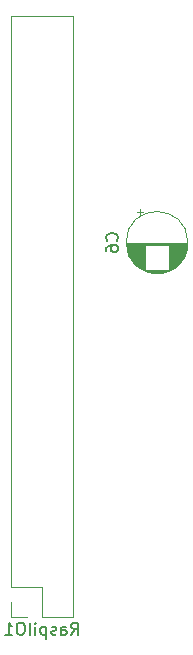
<source format=gbr>
%TF.GenerationSoftware,KiCad,Pcbnew,8.0.0*%
%TF.CreationDate,2024-04-01T16:50:34+09:00*%
%TF.ProjectId,Raverack,52617665-7261-4636-9b2e-6b696361645f,rev?*%
%TF.SameCoordinates,Original*%
%TF.FileFunction,Legend,Bot*%
%TF.FilePolarity,Positive*%
%FSLAX46Y46*%
G04 Gerber Fmt 4.6, Leading zero omitted, Abs format (unit mm)*
G04 Created by KiCad (PCBNEW 8.0.0) date 2024-04-01 16:50:34*
%MOMM*%
%LPD*%
G01*
G04 APERTURE LIST*
%ADD10C,0.150000*%
%ADD11C,0.120000*%
G04 APERTURE END LIST*
D10*
X104609580Y-90083333D02*
X104657200Y-90035714D01*
X104657200Y-90035714D02*
X104704819Y-89892857D01*
X104704819Y-89892857D02*
X104704819Y-89797619D01*
X104704819Y-89797619D02*
X104657200Y-89654762D01*
X104657200Y-89654762D02*
X104561961Y-89559524D01*
X104561961Y-89559524D02*
X104466723Y-89511905D01*
X104466723Y-89511905D02*
X104276247Y-89464286D01*
X104276247Y-89464286D02*
X104133390Y-89464286D01*
X104133390Y-89464286D02*
X103942914Y-89511905D01*
X103942914Y-89511905D02*
X103847676Y-89559524D01*
X103847676Y-89559524D02*
X103752438Y-89654762D01*
X103752438Y-89654762D02*
X103704819Y-89797619D01*
X103704819Y-89797619D02*
X103704819Y-89892857D01*
X103704819Y-89892857D02*
X103752438Y-90035714D01*
X103752438Y-90035714D02*
X103800057Y-90083333D01*
X103704819Y-90940476D02*
X103704819Y-90750000D01*
X103704819Y-90750000D02*
X103752438Y-90654762D01*
X103752438Y-90654762D02*
X103800057Y-90607143D01*
X103800057Y-90607143D02*
X103942914Y-90511905D01*
X103942914Y-90511905D02*
X104133390Y-90464286D01*
X104133390Y-90464286D02*
X104514342Y-90464286D01*
X104514342Y-90464286D02*
X104609580Y-90511905D01*
X104609580Y-90511905D02*
X104657200Y-90559524D01*
X104657200Y-90559524D02*
X104704819Y-90654762D01*
X104704819Y-90654762D02*
X104704819Y-90845238D01*
X104704819Y-90845238D02*
X104657200Y-90940476D01*
X104657200Y-90940476D02*
X104609580Y-90988095D01*
X104609580Y-90988095D02*
X104514342Y-91035714D01*
X104514342Y-91035714D02*
X104276247Y-91035714D01*
X104276247Y-91035714D02*
X104181009Y-90988095D01*
X104181009Y-90988095D02*
X104133390Y-90940476D01*
X104133390Y-90940476D02*
X104085771Y-90845238D01*
X104085771Y-90845238D02*
X104085771Y-90654762D01*
X104085771Y-90654762D02*
X104133390Y-90559524D01*
X104133390Y-90559524D02*
X104181009Y-90511905D01*
X104181009Y-90511905D02*
X104276247Y-90464286D01*
X100746190Y-123444819D02*
X101079523Y-122968628D01*
X101317618Y-123444819D02*
X101317618Y-122444819D01*
X101317618Y-122444819D02*
X100936666Y-122444819D01*
X100936666Y-122444819D02*
X100841428Y-122492438D01*
X100841428Y-122492438D02*
X100793809Y-122540057D01*
X100793809Y-122540057D02*
X100746190Y-122635295D01*
X100746190Y-122635295D02*
X100746190Y-122778152D01*
X100746190Y-122778152D02*
X100793809Y-122873390D01*
X100793809Y-122873390D02*
X100841428Y-122921009D01*
X100841428Y-122921009D02*
X100936666Y-122968628D01*
X100936666Y-122968628D02*
X101317618Y-122968628D01*
X99889047Y-123444819D02*
X99889047Y-122921009D01*
X99889047Y-122921009D02*
X99936666Y-122825771D01*
X99936666Y-122825771D02*
X100031904Y-122778152D01*
X100031904Y-122778152D02*
X100222380Y-122778152D01*
X100222380Y-122778152D02*
X100317618Y-122825771D01*
X99889047Y-123397200D02*
X99984285Y-123444819D01*
X99984285Y-123444819D02*
X100222380Y-123444819D01*
X100222380Y-123444819D02*
X100317618Y-123397200D01*
X100317618Y-123397200D02*
X100365237Y-123301961D01*
X100365237Y-123301961D02*
X100365237Y-123206723D01*
X100365237Y-123206723D02*
X100317618Y-123111485D01*
X100317618Y-123111485D02*
X100222380Y-123063866D01*
X100222380Y-123063866D02*
X99984285Y-123063866D01*
X99984285Y-123063866D02*
X99889047Y-123016247D01*
X99460475Y-123397200D02*
X99365237Y-123444819D01*
X99365237Y-123444819D02*
X99174761Y-123444819D01*
X99174761Y-123444819D02*
X99079523Y-123397200D01*
X99079523Y-123397200D02*
X99031904Y-123301961D01*
X99031904Y-123301961D02*
X99031904Y-123254342D01*
X99031904Y-123254342D02*
X99079523Y-123159104D01*
X99079523Y-123159104D02*
X99174761Y-123111485D01*
X99174761Y-123111485D02*
X99317618Y-123111485D01*
X99317618Y-123111485D02*
X99412856Y-123063866D01*
X99412856Y-123063866D02*
X99460475Y-122968628D01*
X99460475Y-122968628D02*
X99460475Y-122921009D01*
X99460475Y-122921009D02*
X99412856Y-122825771D01*
X99412856Y-122825771D02*
X99317618Y-122778152D01*
X99317618Y-122778152D02*
X99174761Y-122778152D01*
X99174761Y-122778152D02*
X99079523Y-122825771D01*
X98603332Y-122778152D02*
X98603332Y-123778152D01*
X98603332Y-122825771D02*
X98508094Y-122778152D01*
X98508094Y-122778152D02*
X98317618Y-122778152D01*
X98317618Y-122778152D02*
X98222380Y-122825771D01*
X98222380Y-122825771D02*
X98174761Y-122873390D01*
X98174761Y-122873390D02*
X98127142Y-122968628D01*
X98127142Y-122968628D02*
X98127142Y-123254342D01*
X98127142Y-123254342D02*
X98174761Y-123349580D01*
X98174761Y-123349580D02*
X98222380Y-123397200D01*
X98222380Y-123397200D02*
X98317618Y-123444819D01*
X98317618Y-123444819D02*
X98508094Y-123444819D01*
X98508094Y-123444819D02*
X98603332Y-123397200D01*
X97698570Y-123444819D02*
X97698570Y-122778152D01*
X97698570Y-122444819D02*
X97746189Y-122492438D01*
X97746189Y-122492438D02*
X97698570Y-122540057D01*
X97698570Y-122540057D02*
X97650951Y-122492438D01*
X97650951Y-122492438D02*
X97698570Y-122444819D01*
X97698570Y-122444819D02*
X97698570Y-122540057D01*
X97222380Y-123444819D02*
X97222380Y-122444819D01*
X96555714Y-122444819D02*
X96365238Y-122444819D01*
X96365238Y-122444819D02*
X96270000Y-122492438D01*
X96270000Y-122492438D02*
X96174762Y-122587676D01*
X96174762Y-122587676D02*
X96127143Y-122778152D01*
X96127143Y-122778152D02*
X96127143Y-123111485D01*
X96127143Y-123111485D02*
X96174762Y-123301961D01*
X96174762Y-123301961D02*
X96270000Y-123397200D01*
X96270000Y-123397200D02*
X96365238Y-123444819D01*
X96365238Y-123444819D02*
X96555714Y-123444819D01*
X96555714Y-123444819D02*
X96650952Y-123397200D01*
X96650952Y-123397200D02*
X96746190Y-123301961D01*
X96746190Y-123301961D02*
X96793809Y-123111485D01*
X96793809Y-123111485D02*
X96793809Y-122778152D01*
X96793809Y-122778152D02*
X96746190Y-122587676D01*
X96746190Y-122587676D02*
X96650952Y-122492438D01*
X96650952Y-122492438D02*
X96555714Y-122444819D01*
X95174762Y-123444819D02*
X95746190Y-123444819D01*
X95460476Y-123444819D02*
X95460476Y-122444819D01*
X95460476Y-122444819D02*
X95555714Y-122587676D01*
X95555714Y-122587676D02*
X95650952Y-122682914D01*
X95650952Y-122682914D02*
X95746190Y-122730533D01*
D11*
%TO.C,C6*%
X106525000Y-87945225D02*
X106525000Y-87445225D01*
X106775000Y-87695225D02*
X106275000Y-87695225D01*
X106960000Y-90490000D02*
X105431000Y-90490000D01*
X106960000Y-90530000D02*
X105435000Y-90530000D01*
X106960000Y-90570000D02*
X105439000Y-90570000D01*
X106960000Y-90610000D02*
X105444000Y-90610000D01*
X106960000Y-90650000D02*
X105450000Y-90650000D01*
X106960000Y-90690000D02*
X105457000Y-90690000D01*
X106960000Y-90730000D02*
X105464000Y-90730000D01*
X106960000Y-90770000D02*
X105472000Y-90770000D01*
X106960000Y-90810000D02*
X105480000Y-90810000D01*
X106960000Y-90850000D02*
X105489000Y-90850000D01*
X106960000Y-90890000D02*
X105499000Y-90890000D01*
X106960000Y-90930000D02*
X105509000Y-90930000D01*
X106960000Y-90971000D02*
X105520000Y-90971000D01*
X106960000Y-91011000D02*
X105532000Y-91011000D01*
X106960000Y-91051000D02*
X105545000Y-91051000D01*
X106960000Y-91091000D02*
X105558000Y-91091000D01*
X106960000Y-91131000D02*
X105572000Y-91131000D01*
X106960000Y-91171000D02*
X105586000Y-91171000D01*
X106960000Y-91211000D02*
X105602000Y-91211000D01*
X106960000Y-91251000D02*
X105618000Y-91251000D01*
X106960000Y-91291000D02*
X105635000Y-91291000D01*
X106960000Y-91331000D02*
X105652000Y-91331000D01*
X106960000Y-91371000D02*
X105671000Y-91371000D01*
X106960000Y-91411000D02*
X105690000Y-91411000D01*
X106960000Y-91451000D02*
X105710000Y-91451000D01*
X106960000Y-91491000D02*
X105732000Y-91491000D01*
X106960000Y-91531000D02*
X105753000Y-91531000D01*
X106960000Y-91571000D02*
X105776000Y-91571000D01*
X106960000Y-91611000D02*
X105800000Y-91611000D01*
X106960000Y-91651000D02*
X105825000Y-91651000D01*
X106960000Y-91691000D02*
X105851000Y-91691000D01*
X106960000Y-91731000D02*
X105878000Y-91731000D01*
X106960000Y-91771000D02*
X105905000Y-91771000D01*
X106960000Y-91811000D02*
X105935000Y-91811000D01*
X106960000Y-91851000D02*
X105965000Y-91851000D01*
X106960000Y-91891000D02*
X105996000Y-91891000D01*
X106960000Y-91931000D02*
X106029000Y-91931000D01*
X106960000Y-91971000D02*
X106063000Y-91971000D01*
X106960000Y-92011000D02*
X106099000Y-92011000D01*
X106960000Y-92051000D02*
X106136000Y-92051000D01*
X106960000Y-92091000D02*
X106174000Y-92091000D01*
X106960000Y-92131000D02*
X106215000Y-92131000D01*
X106960000Y-92171000D02*
X106257000Y-92171000D01*
X106960000Y-92211000D02*
X106301000Y-92211000D01*
X106960000Y-92251000D02*
X106347000Y-92251000D01*
X106960000Y-92291000D02*
X106395000Y-92291000D01*
X106960000Y-92331000D02*
X106446000Y-92331000D01*
X106960000Y-92371000D02*
X106500000Y-92371000D01*
X106960000Y-92411000D02*
X106557000Y-92411000D01*
X106960000Y-92451000D02*
X106617000Y-92451000D01*
X106960000Y-92491000D02*
X106681000Y-92491000D01*
X106960000Y-92531000D02*
X106749000Y-92531000D01*
X108284000Y-92851000D02*
X107716000Y-92851000D01*
X108518000Y-92811000D02*
X107482000Y-92811000D01*
X108677000Y-92771000D02*
X107323000Y-92771000D01*
X108805000Y-92731000D02*
X107195000Y-92731000D01*
X108915000Y-92691000D02*
X107085000Y-92691000D01*
X109011000Y-92651000D02*
X106989000Y-92651000D01*
X109098000Y-92611000D02*
X106902000Y-92611000D01*
X109178000Y-92571000D02*
X106822000Y-92571000D01*
X109251000Y-92531000D02*
X109040000Y-92531000D01*
X109319000Y-92491000D02*
X109040000Y-92491000D01*
X109383000Y-92451000D02*
X109040000Y-92451000D01*
X109443000Y-92411000D02*
X109040000Y-92411000D01*
X109500000Y-92371000D02*
X109040000Y-92371000D01*
X109554000Y-92331000D02*
X109040000Y-92331000D01*
X109605000Y-92291000D02*
X109040000Y-92291000D01*
X109653000Y-92251000D02*
X109040000Y-92251000D01*
X109699000Y-92211000D02*
X109040000Y-92211000D01*
X109743000Y-92171000D02*
X109040000Y-92171000D01*
X109785000Y-92131000D02*
X109040000Y-92131000D01*
X109826000Y-92091000D02*
X109040000Y-92091000D01*
X109864000Y-92051000D02*
X109040000Y-92051000D01*
X109901000Y-92011000D02*
X109040000Y-92011000D01*
X109937000Y-91971000D02*
X109040000Y-91971000D01*
X109971000Y-91931000D02*
X109040000Y-91931000D01*
X110004000Y-91891000D02*
X109040000Y-91891000D01*
X110035000Y-91851000D02*
X109040000Y-91851000D01*
X110065000Y-91811000D02*
X109040000Y-91811000D01*
X110095000Y-91771000D02*
X109040000Y-91771000D01*
X110122000Y-91731000D02*
X109040000Y-91731000D01*
X110149000Y-91691000D02*
X109040000Y-91691000D01*
X110175000Y-91651000D02*
X109040000Y-91651000D01*
X110200000Y-91611000D02*
X109040000Y-91611000D01*
X110224000Y-91571000D02*
X109040000Y-91571000D01*
X110247000Y-91531000D02*
X109040000Y-91531000D01*
X110268000Y-91491000D02*
X109040000Y-91491000D01*
X110290000Y-91451000D02*
X109040000Y-91451000D01*
X110310000Y-91411000D02*
X109040000Y-91411000D01*
X110329000Y-91371000D02*
X109040000Y-91371000D01*
X110348000Y-91331000D02*
X109040000Y-91331000D01*
X110365000Y-91291000D02*
X109040000Y-91291000D01*
X110382000Y-91251000D02*
X109040000Y-91251000D01*
X110398000Y-91211000D02*
X109040000Y-91211000D01*
X110414000Y-91171000D02*
X109040000Y-91171000D01*
X110428000Y-91131000D02*
X109040000Y-91131000D01*
X110442000Y-91091000D02*
X109040000Y-91091000D01*
X110455000Y-91051000D02*
X109040000Y-91051000D01*
X110468000Y-91011000D02*
X109040000Y-91011000D01*
X110480000Y-90971000D02*
X109040000Y-90971000D01*
X110491000Y-90930000D02*
X109040000Y-90930000D01*
X110501000Y-90890000D02*
X109040000Y-90890000D01*
X110511000Y-90850000D02*
X109040000Y-90850000D01*
X110520000Y-90810000D02*
X109040000Y-90810000D01*
X110528000Y-90770000D02*
X109040000Y-90770000D01*
X110536000Y-90730000D02*
X109040000Y-90730000D01*
X110543000Y-90690000D02*
X109040000Y-90690000D01*
X110550000Y-90650000D02*
X109040000Y-90650000D01*
X110556000Y-90610000D02*
X109040000Y-90610000D01*
X110561000Y-90570000D02*
X109040000Y-90570000D01*
X110565000Y-90530000D02*
X109040000Y-90530000D01*
X110569000Y-90490000D02*
X109040000Y-90490000D01*
X110573000Y-90450000D02*
X105427000Y-90450000D01*
X110576000Y-90410000D02*
X105424000Y-90410000D01*
X110578000Y-90370000D02*
X105422000Y-90370000D01*
X110579000Y-90330000D02*
X105421000Y-90330000D01*
X110580000Y-90250000D02*
X105420000Y-90250000D01*
X110580000Y-90290000D02*
X105420000Y-90290000D01*
X110620000Y-90250000D02*
G75*
G02*
X105380000Y-90250000I-2620000J0D01*
G01*
X105380000Y-90250000D02*
G75*
G02*
X110620000Y-90250000I2620000J0D01*
G01*
%TO.C,RaspiIO1*%
X95670000Y-71070000D02*
X95670000Y-119390000D01*
X95670000Y-121990000D02*
X95670000Y-120660000D01*
X97000000Y-121990000D02*
X95670000Y-121990000D01*
X98270000Y-119390000D02*
X95670000Y-119390000D01*
X98270000Y-121990000D02*
X98270000Y-119390000D01*
X100870000Y-71070000D02*
X95670000Y-71070000D01*
X100870000Y-71070000D02*
X100870000Y-121990000D01*
X100870000Y-121990000D02*
X98270000Y-121990000D01*
%TD*%
M02*

</source>
